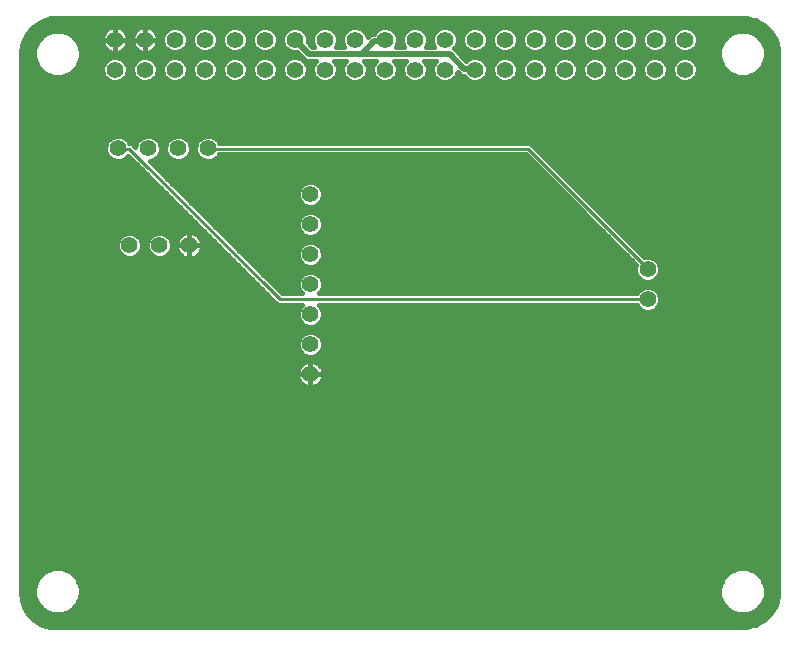
<source format=gbl>
G75*
%MOIN*%
%OFA0B0*%
%FSLAX25Y25*%
%IPPOS*%
%LPD*%
%AMOC8*
5,1,8,0,0,1.08239X$1,22.5*
%
%ADD10C,0.05600*%
%ADD11C,0.01600*%
%ADD12C,0.02000*%
%ADD13C,0.01000*%
D10*
X0121564Y0101115D03*
X0121564Y0111115D03*
X0121564Y0121115D03*
X0121564Y0131115D03*
X0121564Y0141115D03*
X0121564Y0151115D03*
X0121564Y0161115D03*
X0087469Y0176390D03*
X0077469Y0176390D03*
X0067469Y0176390D03*
X0057469Y0176390D03*
X0056446Y0202650D03*
X0066446Y0202650D03*
X0076446Y0202650D03*
X0086446Y0202650D03*
X0096446Y0202650D03*
X0106446Y0202650D03*
X0116446Y0202650D03*
X0126446Y0202650D03*
X0136446Y0202650D03*
X0146446Y0202650D03*
X0156446Y0202650D03*
X0166446Y0202650D03*
X0176446Y0202650D03*
X0186446Y0202650D03*
X0196446Y0202650D03*
X0206446Y0202650D03*
X0216446Y0202650D03*
X0226446Y0202650D03*
X0236446Y0202650D03*
X0246446Y0202650D03*
X0246446Y0212650D03*
X0236446Y0212650D03*
X0226446Y0212650D03*
X0216446Y0212650D03*
X0206446Y0212650D03*
X0196446Y0212650D03*
X0186446Y0212650D03*
X0176446Y0212650D03*
X0166446Y0212650D03*
X0156446Y0212650D03*
X0146446Y0212650D03*
X0136446Y0212650D03*
X0126446Y0212650D03*
X0116446Y0212650D03*
X0106446Y0212650D03*
X0096446Y0212650D03*
X0086446Y0212650D03*
X0076446Y0212650D03*
X0066446Y0212650D03*
X0056446Y0212650D03*
X0061210Y0144107D03*
X0071210Y0144107D03*
X0081210Y0144107D03*
X0234064Y0136115D03*
X0234064Y0126115D03*
D11*
X0027553Y0021105D02*
X0026115Y0023594D01*
X0025371Y0026371D01*
X0025277Y0027808D01*
X0025277Y0028547D01*
X0025277Y0206276D01*
X0025325Y0206332D01*
X0025277Y0207005D01*
X0025277Y0208714D01*
X0025858Y0211726D01*
X0027231Y0214551D01*
X0029288Y0216924D01*
X0031889Y0218684D01*
X0034856Y0219711D01*
X0036382Y0219921D01*
X0265619Y0219921D01*
X0267185Y0219819D01*
X0270209Y0219008D01*
X0272921Y0217442D01*
X0275136Y0215228D01*
X0276701Y0212516D01*
X0277512Y0209492D01*
X0277614Y0207926D01*
X0277614Y0028792D01*
X0277512Y0027226D01*
X0276701Y0024202D01*
X0275136Y0021490D01*
X0272921Y0019276D01*
X0270209Y0017710D01*
X0267185Y0016899D01*
X0265619Y0016797D01*
X0036288Y0016797D01*
X0034851Y0016891D01*
X0032075Y0017635D01*
X0029585Y0019072D01*
X0027553Y0021105D01*
X0027817Y0020841D02*
X0274486Y0020841D01*
X0275684Y0022439D02*
X0270141Y0022439D01*
X0269975Y0022273D02*
X0272138Y0024436D01*
X0273309Y0027262D01*
X0273309Y0030322D01*
X0272138Y0033148D01*
X0269975Y0035311D01*
X0267149Y0036482D01*
X0264089Y0036482D01*
X0261263Y0035311D01*
X0259100Y0033148D01*
X0257929Y0030322D01*
X0257929Y0027262D01*
X0259100Y0024436D01*
X0261263Y0022273D01*
X0264089Y0021102D01*
X0267149Y0021102D01*
X0269975Y0022273D01*
X0271740Y0024038D02*
X0276607Y0024038D01*
X0277086Y0025636D02*
X0272635Y0025636D01*
X0273297Y0027235D02*
X0277512Y0027235D01*
X0277614Y0028833D02*
X0273309Y0028833D01*
X0273263Y0030432D02*
X0277614Y0030432D01*
X0277614Y0032030D02*
X0272601Y0032030D01*
X0271657Y0033629D02*
X0277614Y0033629D01*
X0277614Y0035227D02*
X0270059Y0035227D01*
X0277614Y0036826D02*
X0025277Y0036826D01*
X0025277Y0038424D02*
X0277614Y0038424D01*
X0277614Y0040023D02*
X0025277Y0040023D01*
X0025277Y0041621D02*
X0277614Y0041621D01*
X0277614Y0043220D02*
X0025277Y0043220D01*
X0025277Y0044818D02*
X0277614Y0044818D01*
X0277614Y0046417D02*
X0025277Y0046417D01*
X0025277Y0048015D02*
X0277614Y0048015D01*
X0277614Y0049614D02*
X0025277Y0049614D01*
X0025277Y0051212D02*
X0277614Y0051212D01*
X0277614Y0052811D02*
X0025277Y0052811D01*
X0025277Y0054410D02*
X0277614Y0054410D01*
X0277614Y0056008D02*
X0025277Y0056008D01*
X0025277Y0057607D02*
X0277614Y0057607D01*
X0277614Y0059205D02*
X0025277Y0059205D01*
X0025277Y0060804D02*
X0277614Y0060804D01*
X0277614Y0062402D02*
X0025277Y0062402D01*
X0025277Y0064001D02*
X0277614Y0064001D01*
X0277614Y0065599D02*
X0025277Y0065599D01*
X0025277Y0067198D02*
X0277614Y0067198D01*
X0277614Y0068796D02*
X0025277Y0068796D01*
X0025277Y0070395D02*
X0277614Y0070395D01*
X0277614Y0071993D02*
X0025277Y0071993D01*
X0025277Y0073592D02*
X0277614Y0073592D01*
X0277614Y0075190D02*
X0025277Y0075190D01*
X0025277Y0076789D02*
X0277614Y0076789D01*
X0277614Y0078387D02*
X0025277Y0078387D01*
X0025277Y0079986D02*
X0277614Y0079986D01*
X0277614Y0081584D02*
X0025277Y0081584D01*
X0025277Y0083183D02*
X0277614Y0083183D01*
X0277614Y0084781D02*
X0025277Y0084781D01*
X0025277Y0086380D02*
X0277614Y0086380D01*
X0277614Y0087978D02*
X0025277Y0087978D01*
X0025277Y0089577D02*
X0277614Y0089577D01*
X0277614Y0091175D02*
X0025277Y0091175D01*
X0025277Y0092774D02*
X0277614Y0092774D01*
X0277614Y0094372D02*
X0025277Y0094372D01*
X0025277Y0095971D02*
X0277614Y0095971D01*
X0277614Y0097569D02*
X0124148Y0097569D01*
X0124422Y0097768D02*
X0124910Y0098257D01*
X0125316Y0098815D01*
X0125630Y0099431D01*
X0125843Y0100087D01*
X0125951Y0100770D01*
X0125951Y0101115D01*
X0125951Y0101460D01*
X0125843Y0102142D01*
X0125630Y0102799D01*
X0125316Y0103414D01*
X0124910Y0103973D01*
X0124422Y0104461D01*
X0123863Y0104867D01*
X0123248Y0105181D01*
X0122591Y0105394D01*
X0121909Y0105502D01*
X0121564Y0105502D01*
X0121564Y0101115D01*
X0121564Y0101115D01*
X0125951Y0101115D01*
X0121564Y0101115D01*
X0121564Y0101115D01*
X0121564Y0105502D01*
X0121219Y0105502D01*
X0120537Y0105394D01*
X0119880Y0105181D01*
X0119264Y0104867D01*
X0118706Y0104461D01*
X0118217Y0103973D01*
X0117811Y0103414D01*
X0117498Y0102799D01*
X0117285Y0102142D01*
X0117177Y0101460D01*
X0117177Y0101115D01*
X0121564Y0101115D01*
X0121564Y0101115D01*
X0121564Y0096727D01*
X0121909Y0096727D01*
X0122591Y0096836D01*
X0123248Y0097049D01*
X0123863Y0097362D01*
X0124422Y0097768D01*
X0125496Y0099168D02*
X0277614Y0099168D01*
X0277614Y0100766D02*
X0125951Y0100766D01*
X0125771Y0102365D02*
X0277614Y0102365D01*
X0277614Y0103963D02*
X0124917Y0103963D01*
X0121564Y0103963D02*
X0121564Y0103963D01*
X0121564Y0102365D02*
X0121564Y0102365D01*
X0121564Y0101115D02*
X0117177Y0101115D01*
X0117177Y0100770D01*
X0117285Y0100087D01*
X0117498Y0099431D01*
X0117811Y0098815D01*
X0118217Y0098257D01*
X0118706Y0097768D01*
X0119264Y0097362D01*
X0119880Y0097049D01*
X0120537Y0096836D01*
X0121219Y0096727D01*
X0121564Y0096727D01*
X0121564Y0101115D01*
X0121564Y0101115D01*
X0121564Y0100766D02*
X0121564Y0100766D01*
X0121564Y0099168D02*
X0121564Y0099168D01*
X0121564Y0097569D02*
X0121564Y0097569D01*
X0118980Y0097569D02*
X0025277Y0097569D01*
X0025277Y0099168D02*
X0117632Y0099168D01*
X0117177Y0100766D02*
X0025277Y0100766D01*
X0025277Y0102365D02*
X0117357Y0102365D01*
X0118210Y0103963D02*
X0025277Y0103963D01*
X0025277Y0105562D02*
X0277614Y0105562D01*
X0277614Y0107160D02*
X0122967Y0107160D01*
X0122397Y0106924D02*
X0123938Y0107562D01*
X0125116Y0108741D01*
X0125754Y0110281D01*
X0125754Y0111948D01*
X0125116Y0113489D01*
X0123938Y0114667D01*
X0122397Y0115305D01*
X0120730Y0115305D01*
X0119190Y0114667D01*
X0118011Y0113489D01*
X0117373Y0111948D01*
X0117373Y0110281D01*
X0118011Y0108741D01*
X0119190Y0107562D01*
X0120730Y0106924D01*
X0122397Y0106924D01*
X0120160Y0107160D02*
X0025277Y0107160D01*
X0025277Y0108759D02*
X0118004Y0108759D01*
X0117373Y0110357D02*
X0025277Y0110357D01*
X0025277Y0111956D02*
X0117376Y0111956D01*
X0118077Y0113554D02*
X0025277Y0113554D01*
X0025277Y0115153D02*
X0120362Y0115153D01*
X0120730Y0116924D02*
X0119190Y0117562D01*
X0118011Y0118741D01*
X0117373Y0120281D01*
X0117373Y0121948D01*
X0118011Y0123489D01*
X0118791Y0124269D01*
X0110636Y0124269D01*
X0109529Y0125376D01*
X0060955Y0173950D01*
X0059843Y0172838D01*
X0058303Y0172200D01*
X0056636Y0172200D01*
X0055096Y0172838D01*
X0053917Y0174017D01*
X0053279Y0175557D01*
X0053279Y0177224D01*
X0053917Y0178764D01*
X0055096Y0179943D01*
X0056636Y0180581D01*
X0058303Y0180581D01*
X0059843Y0179943D01*
X0061022Y0178764D01*
X0061236Y0178247D01*
X0062006Y0178247D01*
X0063279Y0176973D01*
X0063279Y0177224D01*
X0063917Y0178764D01*
X0065096Y0179943D01*
X0066636Y0180581D01*
X0068303Y0180581D01*
X0069843Y0179943D01*
X0071022Y0178764D01*
X0071660Y0177224D01*
X0071660Y0175557D01*
X0071022Y0174017D01*
X0069843Y0172838D01*
X0068303Y0172200D01*
X0068052Y0172200D01*
X0112202Y0128050D01*
X0118703Y0128050D01*
X0118011Y0128741D01*
X0117373Y0130281D01*
X0117373Y0131948D01*
X0118011Y0133489D01*
X0119190Y0134667D01*
X0120730Y0135305D01*
X0122397Y0135305D01*
X0123938Y0134667D01*
X0125116Y0133489D01*
X0125754Y0131948D01*
X0125754Y0130281D01*
X0125116Y0128741D01*
X0124425Y0128050D01*
X0230330Y0128050D01*
X0230511Y0128489D01*
X0231690Y0129667D01*
X0233230Y0130305D01*
X0234897Y0130305D01*
X0236438Y0129667D01*
X0237616Y0128489D01*
X0238254Y0126948D01*
X0238254Y0125281D01*
X0237616Y0123741D01*
X0236438Y0122562D01*
X0234897Y0121924D01*
X0233230Y0121924D01*
X0231690Y0122562D01*
X0230511Y0123741D01*
X0230293Y0124269D01*
X0124336Y0124269D01*
X0125116Y0123489D01*
X0125754Y0121948D01*
X0125754Y0120281D01*
X0125116Y0118741D01*
X0123938Y0117562D01*
X0122397Y0116924D01*
X0120730Y0116924D01*
X0122766Y0115153D02*
X0277614Y0115153D01*
X0277614Y0116751D02*
X0025277Y0116751D01*
X0025277Y0118350D02*
X0118402Y0118350D01*
X0117511Y0119948D02*
X0025277Y0119948D01*
X0025277Y0121547D02*
X0117373Y0121547D01*
X0117869Y0123145D02*
X0025277Y0123145D01*
X0025277Y0124744D02*
X0110161Y0124744D01*
X0108563Y0126343D02*
X0025277Y0126343D01*
X0025277Y0127941D02*
X0106964Y0127941D01*
X0105366Y0129540D02*
X0025277Y0129540D01*
X0025277Y0131138D02*
X0103767Y0131138D01*
X0102169Y0132737D02*
X0025277Y0132737D01*
X0025277Y0134335D02*
X0100570Y0134335D01*
X0098971Y0135934D02*
X0025277Y0135934D01*
X0025277Y0137532D02*
X0097373Y0137532D01*
X0095774Y0139131D02*
X0025277Y0139131D01*
X0025277Y0140729D02*
X0058661Y0140729D01*
X0058836Y0140554D02*
X0060376Y0139916D01*
X0062043Y0139916D01*
X0063583Y0140554D01*
X0064762Y0141733D01*
X0065400Y0143273D01*
X0065400Y0144941D01*
X0064762Y0146481D01*
X0063583Y0147660D01*
X0062043Y0148298D01*
X0060376Y0148298D01*
X0058836Y0147660D01*
X0057657Y0146481D01*
X0057019Y0144941D01*
X0057019Y0143273D01*
X0057657Y0141733D01*
X0058836Y0140554D01*
X0057411Y0142328D02*
X0025277Y0142328D01*
X0025277Y0143926D02*
X0057019Y0143926D01*
X0057261Y0145525D02*
X0025277Y0145525D01*
X0025277Y0147123D02*
X0058299Y0147123D01*
X0064120Y0147123D02*
X0068299Y0147123D01*
X0068836Y0147660D02*
X0067657Y0146481D01*
X0067019Y0144941D01*
X0067019Y0143273D01*
X0067657Y0141733D01*
X0068836Y0140554D01*
X0070376Y0139916D01*
X0072043Y0139916D01*
X0073583Y0140554D01*
X0074762Y0141733D01*
X0075400Y0143273D01*
X0075400Y0144941D01*
X0074762Y0146481D01*
X0073583Y0147660D01*
X0072043Y0148298D01*
X0070376Y0148298D01*
X0068836Y0147660D01*
X0067261Y0145525D02*
X0065158Y0145525D01*
X0065400Y0143926D02*
X0067019Y0143926D01*
X0067411Y0142328D02*
X0065008Y0142328D01*
X0063758Y0140729D02*
X0068661Y0140729D01*
X0073758Y0140729D02*
X0078395Y0140729D01*
X0078351Y0140760D02*
X0078910Y0140355D01*
X0079525Y0140041D01*
X0080182Y0139828D01*
X0080864Y0139720D01*
X0081209Y0139720D01*
X0081209Y0144107D01*
X0076822Y0144107D01*
X0076822Y0143762D01*
X0076930Y0143080D01*
X0077144Y0142423D01*
X0077457Y0141808D01*
X0077863Y0141249D01*
X0078351Y0140760D01*
X0077192Y0142328D02*
X0075008Y0142328D01*
X0075400Y0143926D02*
X0076822Y0143926D01*
X0076822Y0144107D02*
X0081209Y0144107D01*
X0081209Y0144107D01*
X0081210Y0144107D01*
X0085597Y0144107D01*
X0085597Y0144452D01*
X0085489Y0145134D01*
X0085276Y0145791D01*
X0084962Y0146407D01*
X0084556Y0146965D01*
X0084068Y0147454D01*
X0083509Y0147859D01*
X0082894Y0148173D01*
X0082237Y0148386D01*
X0081555Y0148494D01*
X0081210Y0148494D01*
X0081210Y0144107D01*
X0081210Y0144107D01*
X0085597Y0144107D01*
X0085597Y0143762D01*
X0085489Y0143080D01*
X0085276Y0142423D01*
X0084962Y0141808D01*
X0084556Y0141249D01*
X0084068Y0140760D01*
X0083509Y0140355D01*
X0082894Y0140041D01*
X0082237Y0139828D01*
X0081555Y0139720D01*
X0081210Y0139720D01*
X0081210Y0144107D01*
X0081209Y0144107D01*
X0081209Y0148494D01*
X0080864Y0148494D01*
X0080182Y0148386D01*
X0079525Y0148173D01*
X0078910Y0147859D01*
X0078351Y0147454D01*
X0077863Y0146965D01*
X0077457Y0146407D01*
X0077144Y0145791D01*
X0076930Y0145134D01*
X0076822Y0144452D01*
X0076822Y0144107D01*
X0077057Y0145525D02*
X0075158Y0145525D01*
X0074120Y0147123D02*
X0078021Y0147123D01*
X0081209Y0147123D02*
X0081210Y0147123D01*
X0081209Y0145525D02*
X0081210Y0145525D01*
X0081209Y0143926D02*
X0081210Y0143926D01*
X0081209Y0142328D02*
X0081210Y0142328D01*
X0081209Y0140729D02*
X0081210Y0140729D01*
X0084025Y0140729D02*
X0094176Y0140729D01*
X0092577Y0142328D02*
X0085227Y0142328D01*
X0085597Y0143926D02*
X0090979Y0143926D01*
X0089380Y0145525D02*
X0085362Y0145525D01*
X0084398Y0147123D02*
X0087782Y0147123D01*
X0086183Y0148722D02*
X0025277Y0148722D01*
X0025277Y0150320D02*
X0084585Y0150320D01*
X0082986Y0151919D02*
X0025277Y0151919D01*
X0025277Y0153517D02*
X0081388Y0153517D01*
X0079789Y0155116D02*
X0025277Y0155116D01*
X0025277Y0156714D02*
X0078191Y0156714D01*
X0076592Y0158313D02*
X0025277Y0158313D01*
X0025277Y0159911D02*
X0074994Y0159911D01*
X0073395Y0161510D02*
X0025277Y0161510D01*
X0025277Y0163108D02*
X0071797Y0163108D01*
X0070198Y0164707D02*
X0025277Y0164707D01*
X0025277Y0166305D02*
X0068600Y0166305D01*
X0067001Y0167904D02*
X0025277Y0167904D01*
X0025277Y0169502D02*
X0065403Y0169502D01*
X0063804Y0171101D02*
X0025277Y0171101D01*
X0025277Y0172699D02*
X0055430Y0172699D01*
X0053800Y0174298D02*
X0025277Y0174298D01*
X0025277Y0175896D02*
X0053279Y0175896D01*
X0053391Y0177495D02*
X0025277Y0177495D01*
X0025277Y0179093D02*
X0054246Y0179093D01*
X0060693Y0179093D02*
X0064246Y0179093D01*
X0063391Y0177495D02*
X0062757Y0177495D01*
X0062206Y0172699D02*
X0059509Y0172699D01*
X0069152Y0171101D02*
X0196678Y0171101D01*
X0195080Y0172699D02*
X0089509Y0172699D01*
X0089843Y0172838D02*
X0091022Y0174017D01*
X0091208Y0174466D01*
X0193313Y0174466D01*
X0230154Y0137625D01*
X0229873Y0136948D01*
X0229873Y0135281D01*
X0230511Y0133741D01*
X0231690Y0132562D01*
X0233230Y0131924D01*
X0234897Y0131924D01*
X0236438Y0132562D01*
X0237616Y0133741D01*
X0238254Y0135281D01*
X0238254Y0136948D01*
X0237616Y0138489D01*
X0236438Y0139667D01*
X0234897Y0140305D01*
X0233230Y0140305D01*
X0232941Y0140186D01*
X0194880Y0178247D01*
X0091236Y0178247D01*
X0091022Y0178764D01*
X0089843Y0179943D01*
X0088303Y0180581D01*
X0086636Y0180581D01*
X0085096Y0179943D01*
X0083917Y0178764D01*
X0083279Y0177224D01*
X0083279Y0175557D01*
X0083917Y0174017D01*
X0085096Y0172838D01*
X0086636Y0172200D01*
X0088303Y0172200D01*
X0089843Y0172838D01*
X0091138Y0174298D02*
X0193481Y0174298D01*
X0195631Y0177495D02*
X0277614Y0177495D01*
X0277614Y0179093D02*
X0090693Y0179093D01*
X0084246Y0179093D02*
X0080693Y0179093D01*
X0081022Y0178764D02*
X0079843Y0179943D01*
X0078303Y0180581D01*
X0076636Y0180581D01*
X0075096Y0179943D01*
X0073917Y0178764D01*
X0073279Y0177224D01*
X0073279Y0175557D01*
X0073917Y0174017D01*
X0075096Y0172838D01*
X0076636Y0172200D01*
X0078303Y0172200D01*
X0079843Y0172838D01*
X0081022Y0174017D01*
X0081660Y0175557D01*
X0081660Y0177224D01*
X0081022Y0178764D01*
X0081548Y0177495D02*
X0083391Y0177495D01*
X0083279Y0175896D02*
X0081660Y0175896D01*
X0081138Y0174298D02*
X0083800Y0174298D01*
X0085430Y0172699D02*
X0079509Y0172699D01*
X0075430Y0172699D02*
X0069509Y0172699D01*
X0071138Y0174298D02*
X0073800Y0174298D01*
X0073279Y0175896D02*
X0071660Y0175896D01*
X0071548Y0177495D02*
X0073391Y0177495D01*
X0074246Y0179093D02*
X0070693Y0179093D01*
X0070750Y0169502D02*
X0198277Y0169502D01*
X0199875Y0167904D02*
X0072349Y0167904D01*
X0073947Y0166305D02*
X0201474Y0166305D01*
X0203072Y0164707D02*
X0123843Y0164707D01*
X0123938Y0164667D02*
X0122397Y0165305D01*
X0120730Y0165305D01*
X0119190Y0164667D01*
X0118011Y0163489D01*
X0117373Y0161948D01*
X0117373Y0160281D01*
X0118011Y0158741D01*
X0119190Y0157562D01*
X0120730Y0156924D01*
X0122397Y0156924D01*
X0123938Y0157562D01*
X0125116Y0158741D01*
X0125754Y0160281D01*
X0125754Y0161948D01*
X0125116Y0163489D01*
X0123938Y0164667D01*
X0125274Y0163108D02*
X0204671Y0163108D01*
X0206269Y0161510D02*
X0125754Y0161510D01*
X0125601Y0159911D02*
X0207868Y0159911D01*
X0209466Y0158313D02*
X0124688Y0158313D01*
X0122855Y0155116D02*
X0212663Y0155116D01*
X0211065Y0156714D02*
X0083538Y0156714D01*
X0085137Y0155116D02*
X0120272Y0155116D01*
X0120730Y0155305D02*
X0119190Y0154667D01*
X0118011Y0153489D01*
X0117373Y0151948D01*
X0117373Y0150281D01*
X0118011Y0148741D01*
X0119190Y0147562D01*
X0120730Y0146924D01*
X0122397Y0146924D01*
X0123938Y0147562D01*
X0125116Y0148741D01*
X0125754Y0150281D01*
X0125754Y0151948D01*
X0125116Y0153489D01*
X0123938Y0154667D01*
X0122397Y0155305D01*
X0120730Y0155305D01*
X0118040Y0153517D02*
X0086735Y0153517D01*
X0088334Y0151919D02*
X0117373Y0151919D01*
X0117373Y0150320D02*
X0089932Y0150320D01*
X0091531Y0148722D02*
X0118031Y0148722D01*
X0120250Y0147123D02*
X0093129Y0147123D01*
X0094728Y0145525D02*
X0222254Y0145525D01*
X0220656Y0147123D02*
X0122877Y0147123D01*
X0122397Y0145305D02*
X0120730Y0145305D01*
X0119190Y0144667D01*
X0118011Y0143489D01*
X0117373Y0141948D01*
X0117373Y0140281D01*
X0118011Y0138741D01*
X0119190Y0137562D01*
X0120730Y0136924D01*
X0122397Y0136924D01*
X0123938Y0137562D01*
X0125116Y0138741D01*
X0125754Y0140281D01*
X0125754Y0141948D01*
X0125116Y0143489D01*
X0123938Y0144667D01*
X0122397Y0145305D01*
X0124679Y0143926D02*
X0223853Y0143926D01*
X0225451Y0142328D02*
X0125597Y0142328D01*
X0125754Y0140729D02*
X0227050Y0140729D01*
X0228648Y0139131D02*
X0125278Y0139131D01*
X0123865Y0137532D02*
X0230115Y0137532D01*
X0229873Y0135934D02*
X0104319Y0135934D01*
X0102720Y0137532D02*
X0119263Y0137532D01*
X0117850Y0139131D02*
X0101122Y0139131D01*
X0099523Y0140729D02*
X0117373Y0140729D01*
X0117530Y0142328D02*
X0097925Y0142328D01*
X0096326Y0143926D02*
X0118449Y0143926D01*
X0125097Y0148722D02*
X0219057Y0148722D01*
X0217459Y0150320D02*
X0125754Y0150320D01*
X0125754Y0151919D02*
X0215860Y0151919D01*
X0214262Y0153517D02*
X0125088Y0153517D01*
X0118440Y0158313D02*
X0081940Y0158313D01*
X0080341Y0159911D02*
X0117527Y0159911D01*
X0117373Y0161510D02*
X0078743Y0161510D01*
X0077144Y0163108D02*
X0117854Y0163108D01*
X0119285Y0164707D02*
X0075546Y0164707D01*
X0105917Y0134335D02*
X0118858Y0134335D01*
X0117700Y0132737D02*
X0107516Y0132737D01*
X0109114Y0131138D02*
X0117373Y0131138D01*
X0117681Y0129540D02*
X0110713Y0129540D01*
X0124270Y0134335D02*
X0230265Y0134335D01*
X0231516Y0132737D02*
X0125428Y0132737D01*
X0125754Y0131138D02*
X0277614Y0131138D01*
X0277614Y0129540D02*
X0236566Y0129540D01*
X0237843Y0127941D02*
X0277614Y0127941D01*
X0277614Y0126343D02*
X0238254Y0126343D01*
X0238032Y0124744D02*
X0277614Y0124744D01*
X0277614Y0123145D02*
X0237021Y0123145D01*
X0231107Y0123145D02*
X0125259Y0123145D01*
X0125754Y0121547D02*
X0277614Y0121547D01*
X0277614Y0119948D02*
X0125617Y0119948D01*
X0124725Y0118350D02*
X0277614Y0118350D01*
X0277614Y0113554D02*
X0125051Y0113554D01*
X0125751Y0111956D02*
X0277614Y0111956D01*
X0277614Y0110357D02*
X0125754Y0110357D01*
X0125124Y0108759D02*
X0277614Y0108759D01*
X0277614Y0132737D02*
X0236612Y0132737D01*
X0237862Y0134335D02*
X0277614Y0134335D01*
X0277614Y0135934D02*
X0238254Y0135934D01*
X0238013Y0137532D02*
X0277614Y0137532D01*
X0277614Y0139131D02*
X0236974Y0139131D01*
X0232397Y0140729D02*
X0277614Y0140729D01*
X0277614Y0142328D02*
X0230799Y0142328D01*
X0229200Y0143926D02*
X0277614Y0143926D01*
X0277614Y0145525D02*
X0227602Y0145525D01*
X0226003Y0147123D02*
X0277614Y0147123D01*
X0277614Y0148722D02*
X0224405Y0148722D01*
X0222806Y0150320D02*
X0277614Y0150320D01*
X0277614Y0151919D02*
X0221208Y0151919D01*
X0219609Y0153517D02*
X0277614Y0153517D01*
X0277614Y0155116D02*
X0218011Y0155116D01*
X0216412Y0156714D02*
X0277614Y0156714D01*
X0277614Y0158313D02*
X0214814Y0158313D01*
X0213215Y0159911D02*
X0277614Y0159911D01*
X0277614Y0161510D02*
X0211617Y0161510D01*
X0210018Y0163108D02*
X0277614Y0163108D01*
X0277614Y0164707D02*
X0208420Y0164707D01*
X0206821Y0166305D02*
X0277614Y0166305D01*
X0277614Y0167904D02*
X0205223Y0167904D01*
X0203624Y0169502D02*
X0277614Y0169502D01*
X0277614Y0171101D02*
X0202026Y0171101D01*
X0200427Y0172699D02*
X0277614Y0172699D01*
X0277614Y0174298D02*
X0198829Y0174298D01*
X0197230Y0175896D02*
X0277614Y0175896D01*
X0277614Y0180692D02*
X0025277Y0180692D01*
X0025277Y0182290D02*
X0277614Y0182290D01*
X0277614Y0183889D02*
X0025277Y0183889D01*
X0025277Y0185487D02*
X0277614Y0185487D01*
X0277614Y0187086D02*
X0025277Y0187086D01*
X0025277Y0188684D02*
X0277614Y0188684D01*
X0277614Y0190283D02*
X0025277Y0190283D01*
X0025277Y0191881D02*
X0277614Y0191881D01*
X0277614Y0193480D02*
X0025277Y0193480D01*
X0025277Y0195079D02*
X0277614Y0195079D01*
X0277614Y0196677D02*
X0025277Y0196677D01*
X0025277Y0198276D02*
X0277614Y0198276D01*
X0277614Y0199874D02*
X0249596Y0199874D01*
X0249998Y0200277D02*
X0250636Y0201817D01*
X0250636Y0203484D01*
X0249998Y0205024D01*
X0248820Y0206203D01*
X0247279Y0206841D01*
X0245612Y0206841D01*
X0244072Y0206203D01*
X0242893Y0205024D01*
X0242255Y0203484D01*
X0242255Y0201817D01*
X0242893Y0200277D01*
X0244072Y0199098D01*
X0245612Y0198460D01*
X0247279Y0198460D01*
X0248820Y0199098D01*
X0249998Y0200277D01*
X0250494Y0201473D02*
X0261197Y0201473D01*
X0261263Y0201407D02*
X0264089Y0200236D01*
X0267149Y0200236D01*
X0269975Y0201407D01*
X0272138Y0203570D01*
X0273309Y0206396D01*
X0273309Y0209455D01*
X0272138Y0212282D01*
X0269975Y0214445D01*
X0267149Y0215616D01*
X0264089Y0215616D01*
X0261263Y0214445D01*
X0259100Y0212282D01*
X0257929Y0209455D01*
X0257929Y0206396D01*
X0259100Y0203570D01*
X0261263Y0201407D01*
X0259599Y0203071D02*
X0250636Y0203071D01*
X0250145Y0204670D02*
X0258644Y0204670D01*
X0257982Y0206268D02*
X0248662Y0206268D01*
X0247279Y0208460D02*
X0248820Y0209098D01*
X0249998Y0210277D01*
X0250636Y0211817D01*
X0250636Y0213484D01*
X0249998Y0215024D01*
X0248820Y0216203D01*
X0247279Y0216841D01*
X0245612Y0216841D01*
X0244072Y0216203D01*
X0242893Y0215024D01*
X0242255Y0213484D01*
X0242255Y0211817D01*
X0242893Y0210277D01*
X0244072Y0209098D01*
X0245612Y0208460D01*
X0247279Y0208460D01*
X0249187Y0209465D02*
X0257933Y0209465D01*
X0257929Y0207867D02*
X0171380Y0207867D01*
X0170040Y0209206D02*
X0169484Y0209763D01*
X0169998Y0210277D01*
X0170636Y0211817D01*
X0170636Y0213484D01*
X0169998Y0215024D01*
X0168820Y0216203D01*
X0167279Y0216841D01*
X0165612Y0216841D01*
X0164072Y0216203D01*
X0162893Y0215024D01*
X0162255Y0213484D01*
X0162255Y0211817D01*
X0162893Y0210277D01*
X0162927Y0210243D01*
X0159965Y0210243D01*
X0159998Y0210277D01*
X0160636Y0211817D01*
X0160636Y0213484D01*
X0159998Y0215024D01*
X0158820Y0216203D01*
X0157279Y0216841D01*
X0155612Y0216841D01*
X0154072Y0216203D01*
X0152893Y0215024D01*
X0152255Y0213484D01*
X0152255Y0211817D01*
X0152893Y0210277D01*
X0152927Y0210243D01*
X0149965Y0210243D01*
X0149998Y0210277D01*
X0150636Y0211817D01*
X0150636Y0213484D01*
X0149998Y0215024D01*
X0148820Y0216203D01*
X0147279Y0216841D01*
X0145612Y0216841D01*
X0144072Y0216203D01*
X0142893Y0215024D01*
X0142747Y0214672D01*
X0142440Y0214672D01*
X0141561Y0214308D01*
X0140636Y0213383D01*
X0140636Y0213484D01*
X0139998Y0215024D01*
X0138820Y0216203D01*
X0137279Y0216841D01*
X0135612Y0216841D01*
X0134072Y0216203D01*
X0132893Y0215024D01*
X0132255Y0213484D01*
X0132255Y0211817D01*
X0132893Y0210277D01*
X0132927Y0210243D01*
X0129965Y0210243D01*
X0129998Y0210277D01*
X0130636Y0211817D01*
X0130636Y0213484D01*
X0129998Y0215024D01*
X0128820Y0216203D01*
X0127279Y0216841D01*
X0125612Y0216841D01*
X0124072Y0216203D01*
X0122893Y0215024D01*
X0122255Y0213484D01*
X0122255Y0211817D01*
X0122893Y0210277D01*
X0122927Y0210243D01*
X0122252Y0210243D01*
X0120636Y0211859D01*
X0120636Y0213484D01*
X0119998Y0215024D01*
X0118820Y0216203D01*
X0117279Y0216841D01*
X0115612Y0216841D01*
X0114072Y0216203D01*
X0112893Y0215024D01*
X0112255Y0213484D01*
X0112255Y0211817D01*
X0112893Y0210277D01*
X0114072Y0209098D01*
X0115612Y0208460D01*
X0117274Y0208460D01*
X0119908Y0205826D01*
X0120786Y0205462D01*
X0123331Y0205462D01*
X0122893Y0205024D01*
X0122255Y0203484D01*
X0122255Y0201817D01*
X0122893Y0200277D01*
X0124072Y0199098D01*
X0125612Y0198460D01*
X0127279Y0198460D01*
X0128820Y0199098D01*
X0129998Y0200277D01*
X0130636Y0201817D01*
X0130636Y0203484D01*
X0129998Y0205024D01*
X0129561Y0205462D01*
X0133331Y0205462D01*
X0132893Y0205024D01*
X0132255Y0203484D01*
X0132255Y0201817D01*
X0132893Y0200277D01*
X0134072Y0199098D01*
X0135612Y0198460D01*
X0137279Y0198460D01*
X0138820Y0199098D01*
X0139998Y0200277D01*
X0140636Y0201817D01*
X0140636Y0203484D01*
X0139998Y0205024D01*
X0139561Y0205462D01*
X0143331Y0205462D01*
X0142893Y0205024D01*
X0142255Y0203484D01*
X0142255Y0201817D01*
X0142893Y0200277D01*
X0144072Y0199098D01*
X0145612Y0198460D01*
X0147279Y0198460D01*
X0148820Y0199098D01*
X0149998Y0200277D01*
X0150636Y0201817D01*
X0150636Y0203484D01*
X0149998Y0205024D01*
X0149561Y0205462D01*
X0153331Y0205462D01*
X0152893Y0205024D01*
X0152255Y0203484D01*
X0152255Y0201817D01*
X0152893Y0200277D01*
X0154072Y0199098D01*
X0155612Y0198460D01*
X0157279Y0198460D01*
X0158820Y0199098D01*
X0159998Y0200277D01*
X0160636Y0201817D01*
X0160636Y0203484D01*
X0159998Y0205024D01*
X0159561Y0205462D01*
X0163331Y0205462D01*
X0162893Y0205024D01*
X0162255Y0203484D01*
X0162255Y0201817D01*
X0162893Y0200277D01*
X0164072Y0199098D01*
X0165612Y0198460D01*
X0167279Y0198460D01*
X0168820Y0199098D01*
X0169998Y0200277D01*
X0170636Y0201817D01*
X0170636Y0201849D01*
X0171581Y0200904D01*
X0172460Y0200540D01*
X0172784Y0200540D01*
X0172893Y0200277D01*
X0174072Y0199098D01*
X0175612Y0198460D01*
X0177279Y0198460D01*
X0178820Y0199098D01*
X0179998Y0200277D01*
X0180636Y0201817D01*
X0180636Y0203484D01*
X0179998Y0205024D01*
X0178820Y0206203D01*
X0177279Y0206841D01*
X0175612Y0206841D01*
X0174072Y0206203D01*
X0173558Y0205689D01*
X0170040Y0209206D01*
X0169782Y0209465D02*
X0173705Y0209465D01*
X0174072Y0209098D02*
X0175612Y0208460D01*
X0177279Y0208460D01*
X0178820Y0209098D01*
X0179998Y0210277D01*
X0180636Y0211817D01*
X0180636Y0213484D01*
X0179998Y0215024D01*
X0178820Y0216203D01*
X0177279Y0216841D01*
X0175612Y0216841D01*
X0174072Y0216203D01*
X0172893Y0215024D01*
X0172255Y0213484D01*
X0172255Y0211817D01*
X0172893Y0210277D01*
X0174072Y0209098D01*
X0172567Y0211064D02*
X0170324Y0211064D01*
X0170636Y0212662D02*
X0172255Y0212662D01*
X0172577Y0214261D02*
X0170315Y0214261D01*
X0169163Y0215859D02*
X0173728Y0215859D01*
X0179163Y0215859D02*
X0183728Y0215859D01*
X0184072Y0216203D02*
X0182893Y0215024D01*
X0182255Y0213484D01*
X0182255Y0211817D01*
X0182893Y0210277D01*
X0184072Y0209098D01*
X0185612Y0208460D01*
X0187279Y0208460D01*
X0188820Y0209098D01*
X0189998Y0210277D01*
X0190636Y0211817D01*
X0190636Y0213484D01*
X0189998Y0215024D01*
X0188820Y0216203D01*
X0187279Y0216841D01*
X0185612Y0216841D01*
X0184072Y0216203D01*
X0182577Y0214261D02*
X0180315Y0214261D01*
X0180636Y0212662D02*
X0182255Y0212662D01*
X0182567Y0211064D02*
X0180324Y0211064D01*
X0179187Y0209465D02*
X0183705Y0209465D01*
X0184229Y0206268D02*
X0178662Y0206268D01*
X0180145Y0204670D02*
X0182746Y0204670D01*
X0182893Y0205024D02*
X0182255Y0203484D01*
X0182255Y0201817D01*
X0182893Y0200277D01*
X0184072Y0199098D01*
X0185612Y0198460D01*
X0187279Y0198460D01*
X0188820Y0199098D01*
X0189998Y0200277D01*
X0190636Y0201817D01*
X0190636Y0203484D01*
X0189998Y0205024D01*
X0188820Y0206203D01*
X0187279Y0206841D01*
X0185612Y0206841D01*
X0184072Y0206203D01*
X0182893Y0205024D01*
X0182255Y0203071D02*
X0180636Y0203071D01*
X0180494Y0201473D02*
X0182398Y0201473D01*
X0183296Y0199874D02*
X0179596Y0199874D01*
X0173296Y0199874D02*
X0169596Y0199874D01*
X0170494Y0201473D02*
X0171013Y0201473D01*
X0172979Y0206268D02*
X0174229Y0206268D01*
X0162746Y0204670D02*
X0160145Y0204670D01*
X0160636Y0203071D02*
X0162255Y0203071D01*
X0162398Y0201473D02*
X0160494Y0201473D01*
X0159596Y0199874D02*
X0163296Y0199874D01*
X0153296Y0199874D02*
X0149596Y0199874D01*
X0150494Y0201473D02*
X0152398Y0201473D01*
X0152255Y0203071D02*
X0150636Y0203071D01*
X0150145Y0204670D02*
X0152746Y0204670D01*
X0152567Y0211064D02*
X0150324Y0211064D01*
X0150636Y0212662D02*
X0152255Y0212662D01*
X0152577Y0214261D02*
X0150315Y0214261D01*
X0149163Y0215859D02*
X0153728Y0215859D01*
X0159163Y0215859D02*
X0163728Y0215859D01*
X0162577Y0214261D02*
X0160315Y0214261D01*
X0160636Y0212662D02*
X0162255Y0212662D01*
X0162567Y0211064D02*
X0160324Y0211064D01*
X0143728Y0215859D02*
X0139163Y0215859D01*
X0140315Y0214261D02*
X0141514Y0214261D01*
X0133728Y0215859D02*
X0129163Y0215859D01*
X0130315Y0214261D02*
X0132577Y0214261D01*
X0132255Y0212662D02*
X0130636Y0212662D01*
X0130324Y0211064D02*
X0132567Y0211064D01*
X0132746Y0204670D02*
X0130145Y0204670D01*
X0130636Y0203071D02*
X0132255Y0203071D01*
X0132398Y0201473D02*
X0130494Y0201473D01*
X0129596Y0199874D02*
X0133296Y0199874D01*
X0139596Y0199874D02*
X0143296Y0199874D01*
X0142398Y0201473D02*
X0140494Y0201473D01*
X0140636Y0203071D02*
X0142255Y0203071D01*
X0142746Y0204670D02*
X0140145Y0204670D01*
X0122746Y0204670D02*
X0120145Y0204670D01*
X0119998Y0205024D02*
X0118820Y0206203D01*
X0117279Y0206841D01*
X0115612Y0206841D01*
X0114072Y0206203D01*
X0112893Y0205024D01*
X0112255Y0203484D01*
X0112255Y0201817D01*
X0112893Y0200277D01*
X0114072Y0199098D01*
X0115612Y0198460D01*
X0117279Y0198460D01*
X0118820Y0199098D01*
X0119998Y0200277D01*
X0120636Y0201817D01*
X0120636Y0203484D01*
X0119998Y0205024D01*
X0119465Y0206268D02*
X0118662Y0206268D01*
X0117867Y0207867D02*
X0044962Y0207867D01*
X0044962Y0206396D02*
X0043792Y0203570D01*
X0041628Y0201407D01*
X0038802Y0200236D01*
X0035743Y0200236D01*
X0032917Y0201407D01*
X0030753Y0203570D01*
X0029583Y0206396D01*
X0029583Y0209455D01*
X0030753Y0212282D01*
X0032917Y0214445D01*
X0035743Y0215616D01*
X0038802Y0215616D01*
X0041628Y0214445D01*
X0043792Y0212282D01*
X0044962Y0209455D01*
X0044962Y0206396D01*
X0044909Y0206268D02*
X0054229Y0206268D01*
X0054072Y0206203D02*
X0052893Y0205024D01*
X0052255Y0203484D01*
X0052255Y0201817D01*
X0052893Y0200277D01*
X0054072Y0199098D01*
X0055612Y0198460D01*
X0057279Y0198460D01*
X0058820Y0199098D01*
X0059998Y0200277D01*
X0060636Y0201817D01*
X0060636Y0203484D01*
X0059998Y0205024D01*
X0058820Y0206203D01*
X0057279Y0206841D01*
X0055612Y0206841D01*
X0054072Y0206203D01*
X0052746Y0204670D02*
X0044247Y0204670D01*
X0043293Y0203071D02*
X0052255Y0203071D01*
X0052398Y0201473D02*
X0041694Y0201473D01*
X0044958Y0209465D02*
X0053426Y0209465D01*
X0053588Y0209304D02*
X0054146Y0208898D01*
X0054762Y0208584D01*
X0055418Y0208371D01*
X0056100Y0208263D01*
X0056446Y0208263D01*
X0056791Y0208263D01*
X0057473Y0208371D01*
X0058130Y0208584D01*
X0058745Y0208898D01*
X0059304Y0209304D01*
X0059792Y0209792D01*
X0060198Y0210351D01*
X0060512Y0210966D01*
X0060725Y0211623D01*
X0060833Y0212305D01*
X0060833Y0212650D01*
X0056446Y0212650D01*
X0056446Y0208263D01*
X0056446Y0212650D01*
X0056446Y0212650D01*
X0056446Y0212650D01*
X0060833Y0212650D01*
X0060833Y0212996D01*
X0060725Y0213678D01*
X0060512Y0214334D01*
X0060198Y0214950D01*
X0059792Y0215509D01*
X0059304Y0215997D01*
X0058745Y0216403D01*
X0058130Y0216716D01*
X0057473Y0216930D01*
X0056791Y0217038D01*
X0056446Y0217038D01*
X0056446Y0212650D01*
X0052058Y0212650D01*
X0052058Y0212305D01*
X0052166Y0211623D01*
X0052380Y0210966D01*
X0052693Y0210351D01*
X0053099Y0209792D01*
X0053588Y0209304D01*
X0052348Y0211064D02*
X0044296Y0211064D01*
X0043411Y0212662D02*
X0052058Y0212662D01*
X0052058Y0212650D02*
X0056446Y0212650D01*
X0056446Y0212650D01*
X0056446Y0212650D01*
X0056446Y0217038D01*
X0056100Y0217038D01*
X0055418Y0216930D01*
X0054762Y0216716D01*
X0054146Y0216403D01*
X0053588Y0215997D01*
X0053099Y0215509D01*
X0052693Y0214950D01*
X0052380Y0214334D01*
X0052166Y0213678D01*
X0052058Y0212996D01*
X0052058Y0212650D01*
X0052356Y0214261D02*
X0041813Y0214261D01*
X0032732Y0214261D02*
X0027090Y0214261D01*
X0026313Y0212662D02*
X0031134Y0212662D01*
X0030249Y0211064D02*
X0025730Y0211064D01*
X0025422Y0209465D02*
X0029587Y0209465D01*
X0029583Y0207867D02*
X0025277Y0207867D01*
X0025277Y0206268D02*
X0029636Y0206268D01*
X0030298Y0204670D02*
X0025277Y0204670D01*
X0025277Y0203071D02*
X0031252Y0203071D01*
X0032851Y0201473D02*
X0025277Y0201473D01*
X0025277Y0199874D02*
X0053296Y0199874D01*
X0059596Y0199874D02*
X0063296Y0199874D01*
X0062893Y0200277D02*
X0064072Y0199098D01*
X0065612Y0198460D01*
X0067279Y0198460D01*
X0068820Y0199098D01*
X0069998Y0200277D01*
X0070636Y0201817D01*
X0070636Y0203484D01*
X0069998Y0205024D01*
X0068820Y0206203D01*
X0067279Y0206841D01*
X0065612Y0206841D01*
X0064072Y0206203D01*
X0062893Y0205024D01*
X0062255Y0203484D01*
X0062255Y0201817D01*
X0062893Y0200277D01*
X0062398Y0201473D02*
X0060494Y0201473D01*
X0060636Y0203071D02*
X0062255Y0203071D01*
X0062746Y0204670D02*
X0060145Y0204670D01*
X0058662Y0206268D02*
X0064229Y0206268D01*
X0064762Y0208584D02*
X0064146Y0208898D01*
X0063588Y0209304D01*
X0063099Y0209792D01*
X0062693Y0210351D01*
X0062380Y0210966D01*
X0062166Y0211623D01*
X0062058Y0212305D01*
X0062058Y0212650D01*
X0066446Y0212650D01*
X0066446Y0208263D01*
X0066791Y0208263D01*
X0067473Y0208371D01*
X0068130Y0208584D01*
X0068745Y0208898D01*
X0069304Y0209304D01*
X0069792Y0209792D01*
X0070198Y0210351D01*
X0070512Y0210966D01*
X0070725Y0211623D01*
X0070833Y0212305D01*
X0070833Y0212650D01*
X0066446Y0212650D01*
X0066446Y0212650D01*
X0066446Y0212650D01*
X0066446Y0208263D01*
X0066100Y0208263D01*
X0065418Y0208371D01*
X0064762Y0208584D01*
X0063426Y0209465D02*
X0059465Y0209465D01*
X0060543Y0211064D02*
X0062348Y0211064D01*
X0062058Y0212650D02*
X0066446Y0212650D01*
X0070833Y0212650D01*
X0070833Y0212996D01*
X0070725Y0213678D01*
X0070512Y0214334D01*
X0070198Y0214950D01*
X0069792Y0215509D01*
X0069304Y0215997D01*
X0068745Y0216403D01*
X0068130Y0216716D01*
X0067473Y0216930D01*
X0066791Y0217038D01*
X0066446Y0217038D01*
X0066446Y0212650D01*
X0066446Y0212650D01*
X0066446Y0212650D01*
X0066446Y0217038D01*
X0066100Y0217038D01*
X0065418Y0216930D01*
X0064762Y0216716D01*
X0064146Y0216403D01*
X0063588Y0215997D01*
X0063099Y0215509D01*
X0062693Y0214950D01*
X0062380Y0214334D01*
X0062166Y0213678D01*
X0062058Y0212996D01*
X0062058Y0212650D01*
X0062058Y0212662D02*
X0060833Y0212662D01*
X0060536Y0214261D02*
X0062356Y0214261D01*
X0063450Y0215859D02*
X0059442Y0215859D01*
X0056446Y0215859D02*
X0056446Y0215859D01*
X0056446Y0214261D02*
X0056446Y0214261D01*
X0056446Y0212662D02*
X0056446Y0212662D01*
X0056446Y0211064D02*
X0056446Y0211064D01*
X0056446Y0209465D02*
X0056446Y0209465D01*
X0053450Y0215859D02*
X0028364Y0215859D01*
X0030076Y0217458D02*
X0272895Y0217458D01*
X0274505Y0215859D02*
X0249163Y0215859D01*
X0250315Y0214261D02*
X0261079Y0214261D01*
X0259480Y0212662D02*
X0250636Y0212662D01*
X0250324Y0211064D02*
X0258595Y0211064D01*
X0270159Y0214261D02*
X0275694Y0214261D01*
X0276617Y0212662D02*
X0271758Y0212662D01*
X0272643Y0211064D02*
X0277090Y0211064D01*
X0277513Y0209465D02*
X0273305Y0209465D01*
X0273309Y0207867D02*
X0277614Y0207867D01*
X0277614Y0206268D02*
X0273256Y0206268D01*
X0272594Y0204670D02*
X0277614Y0204670D01*
X0277614Y0203071D02*
X0271639Y0203071D01*
X0270041Y0201473D02*
X0277614Y0201473D01*
X0270030Y0219056D02*
X0032963Y0219056D01*
X0066446Y0215859D02*
X0066446Y0215859D01*
X0066446Y0214261D02*
X0066446Y0214261D01*
X0066446Y0212662D02*
X0066446Y0212662D01*
X0066446Y0211064D02*
X0066446Y0211064D01*
X0066446Y0209465D02*
X0066446Y0209465D01*
X0069465Y0209465D02*
X0073705Y0209465D01*
X0074072Y0209098D02*
X0075612Y0208460D01*
X0077279Y0208460D01*
X0078820Y0209098D01*
X0079998Y0210277D01*
X0080636Y0211817D01*
X0080636Y0213484D01*
X0079998Y0215024D01*
X0078820Y0216203D01*
X0077279Y0216841D01*
X0075612Y0216841D01*
X0074072Y0216203D01*
X0072893Y0215024D01*
X0072255Y0213484D01*
X0072255Y0211817D01*
X0072893Y0210277D01*
X0074072Y0209098D01*
X0072567Y0211064D02*
X0070543Y0211064D01*
X0070833Y0212662D02*
X0072255Y0212662D01*
X0072577Y0214261D02*
X0070536Y0214261D01*
X0069442Y0215859D02*
X0073728Y0215859D01*
X0079163Y0215859D02*
X0083728Y0215859D01*
X0084072Y0216203D02*
X0082893Y0215024D01*
X0082255Y0213484D01*
X0082255Y0211817D01*
X0082893Y0210277D01*
X0084072Y0209098D01*
X0085612Y0208460D01*
X0087279Y0208460D01*
X0088820Y0209098D01*
X0089998Y0210277D01*
X0090636Y0211817D01*
X0090636Y0213484D01*
X0089998Y0215024D01*
X0088820Y0216203D01*
X0087279Y0216841D01*
X0085612Y0216841D01*
X0084072Y0216203D01*
X0082577Y0214261D02*
X0080315Y0214261D01*
X0080636Y0212662D02*
X0082255Y0212662D01*
X0082567Y0211064D02*
X0080324Y0211064D01*
X0079187Y0209465D02*
X0083705Y0209465D01*
X0084229Y0206268D02*
X0078662Y0206268D01*
X0078820Y0206203D02*
X0077279Y0206841D01*
X0075612Y0206841D01*
X0074072Y0206203D01*
X0072893Y0205024D01*
X0072255Y0203484D01*
X0072255Y0201817D01*
X0072893Y0200277D01*
X0074072Y0199098D01*
X0075612Y0198460D01*
X0077279Y0198460D01*
X0078820Y0199098D01*
X0079998Y0200277D01*
X0080636Y0201817D01*
X0080636Y0203484D01*
X0079998Y0205024D01*
X0078820Y0206203D01*
X0080145Y0204670D02*
X0082746Y0204670D01*
X0082893Y0205024D02*
X0082255Y0203484D01*
X0082255Y0201817D01*
X0082893Y0200277D01*
X0084072Y0199098D01*
X0085612Y0198460D01*
X0087279Y0198460D01*
X0088820Y0199098D01*
X0089998Y0200277D01*
X0090636Y0201817D01*
X0090636Y0203484D01*
X0089998Y0205024D01*
X0088820Y0206203D01*
X0087279Y0206841D01*
X0085612Y0206841D01*
X0084072Y0206203D01*
X0082893Y0205024D01*
X0082255Y0203071D02*
X0080636Y0203071D01*
X0080494Y0201473D02*
X0082398Y0201473D01*
X0083296Y0199874D02*
X0079596Y0199874D01*
X0073296Y0199874D02*
X0069596Y0199874D01*
X0070494Y0201473D02*
X0072398Y0201473D01*
X0072255Y0203071D02*
X0070636Y0203071D01*
X0070145Y0204670D02*
X0072746Y0204670D01*
X0074229Y0206268D02*
X0068662Y0206268D01*
X0088662Y0206268D02*
X0094229Y0206268D01*
X0094072Y0206203D02*
X0092893Y0205024D01*
X0092255Y0203484D01*
X0092255Y0201817D01*
X0092893Y0200277D01*
X0094072Y0199098D01*
X0095612Y0198460D01*
X0097279Y0198460D01*
X0098820Y0199098D01*
X0099998Y0200277D01*
X0100636Y0201817D01*
X0100636Y0203484D01*
X0099998Y0205024D01*
X0098820Y0206203D01*
X0097279Y0206841D01*
X0095612Y0206841D01*
X0094072Y0206203D01*
X0092746Y0204670D02*
X0090145Y0204670D01*
X0090636Y0203071D02*
X0092255Y0203071D01*
X0092398Y0201473D02*
X0090494Y0201473D01*
X0089596Y0199874D02*
X0093296Y0199874D01*
X0099596Y0199874D02*
X0103296Y0199874D01*
X0102893Y0200277D02*
X0104072Y0199098D01*
X0105612Y0198460D01*
X0107279Y0198460D01*
X0108820Y0199098D01*
X0109998Y0200277D01*
X0110636Y0201817D01*
X0110636Y0203484D01*
X0109998Y0205024D01*
X0108820Y0206203D01*
X0107279Y0206841D01*
X0105612Y0206841D01*
X0104072Y0206203D01*
X0102893Y0205024D01*
X0102255Y0203484D01*
X0102255Y0201817D01*
X0102893Y0200277D01*
X0102398Y0201473D02*
X0100494Y0201473D01*
X0100636Y0203071D02*
X0102255Y0203071D01*
X0102746Y0204670D02*
X0100145Y0204670D01*
X0098662Y0206268D02*
X0104229Y0206268D01*
X0105612Y0208460D02*
X0104072Y0209098D01*
X0102893Y0210277D01*
X0102255Y0211817D01*
X0102255Y0213484D01*
X0102893Y0215024D01*
X0104072Y0216203D01*
X0105612Y0216841D01*
X0107279Y0216841D01*
X0108820Y0216203D01*
X0109998Y0215024D01*
X0110636Y0213484D01*
X0110636Y0211817D01*
X0109998Y0210277D01*
X0108820Y0209098D01*
X0107279Y0208460D01*
X0105612Y0208460D01*
X0103705Y0209465D02*
X0099187Y0209465D01*
X0098820Y0209098D02*
X0099998Y0210277D01*
X0100636Y0211817D01*
X0100636Y0213484D01*
X0099998Y0215024D01*
X0098820Y0216203D01*
X0097279Y0216841D01*
X0095612Y0216841D01*
X0094072Y0216203D01*
X0092893Y0215024D01*
X0092255Y0213484D01*
X0092255Y0211817D01*
X0092893Y0210277D01*
X0094072Y0209098D01*
X0095612Y0208460D01*
X0097279Y0208460D01*
X0098820Y0209098D01*
X0100324Y0211064D02*
X0102567Y0211064D01*
X0102255Y0212662D02*
X0100636Y0212662D01*
X0100315Y0214261D02*
X0102577Y0214261D01*
X0103728Y0215859D02*
X0099163Y0215859D01*
X0093728Y0215859D02*
X0089163Y0215859D01*
X0090315Y0214261D02*
X0092577Y0214261D01*
X0092255Y0212662D02*
X0090636Y0212662D01*
X0090324Y0211064D02*
X0092567Y0211064D01*
X0093705Y0209465D02*
X0089187Y0209465D01*
X0108662Y0206268D02*
X0114229Y0206268D01*
X0112746Y0204670D02*
X0110145Y0204670D01*
X0110636Y0203071D02*
X0112255Y0203071D01*
X0112398Y0201473D02*
X0110494Y0201473D01*
X0109596Y0199874D02*
X0113296Y0199874D01*
X0119596Y0199874D02*
X0123296Y0199874D01*
X0122398Y0201473D02*
X0120494Y0201473D01*
X0120636Y0203071D02*
X0122255Y0203071D01*
X0113705Y0209465D02*
X0109187Y0209465D01*
X0110324Y0211064D02*
X0112567Y0211064D01*
X0112255Y0212662D02*
X0110636Y0212662D01*
X0110315Y0214261D02*
X0112577Y0214261D01*
X0113728Y0215859D02*
X0109163Y0215859D01*
X0119163Y0215859D02*
X0123728Y0215859D01*
X0122577Y0214261D02*
X0120315Y0214261D01*
X0120636Y0212662D02*
X0122255Y0212662D01*
X0122567Y0211064D02*
X0121431Y0211064D01*
X0188662Y0206268D02*
X0194229Y0206268D01*
X0194072Y0206203D02*
X0192893Y0205024D01*
X0192255Y0203484D01*
X0192255Y0201817D01*
X0192893Y0200277D01*
X0194072Y0199098D01*
X0195612Y0198460D01*
X0197279Y0198460D01*
X0198820Y0199098D01*
X0199998Y0200277D01*
X0200636Y0201817D01*
X0200636Y0203484D01*
X0199998Y0205024D01*
X0198820Y0206203D01*
X0197279Y0206841D01*
X0195612Y0206841D01*
X0194072Y0206203D01*
X0192746Y0204670D02*
X0190145Y0204670D01*
X0190636Y0203071D02*
X0192255Y0203071D01*
X0192398Y0201473D02*
X0190494Y0201473D01*
X0189596Y0199874D02*
X0193296Y0199874D01*
X0199596Y0199874D02*
X0203296Y0199874D01*
X0202893Y0200277D02*
X0204072Y0199098D01*
X0205612Y0198460D01*
X0207279Y0198460D01*
X0208820Y0199098D01*
X0209998Y0200277D01*
X0210636Y0201817D01*
X0210636Y0203484D01*
X0209998Y0205024D01*
X0208820Y0206203D01*
X0207279Y0206841D01*
X0205612Y0206841D01*
X0204072Y0206203D01*
X0202893Y0205024D01*
X0202255Y0203484D01*
X0202255Y0201817D01*
X0202893Y0200277D01*
X0202398Y0201473D02*
X0200494Y0201473D01*
X0200636Y0203071D02*
X0202255Y0203071D01*
X0202746Y0204670D02*
X0200145Y0204670D01*
X0198662Y0206268D02*
X0204229Y0206268D01*
X0205612Y0208460D02*
X0204072Y0209098D01*
X0202893Y0210277D01*
X0202255Y0211817D01*
X0202255Y0213484D01*
X0202893Y0215024D01*
X0204072Y0216203D01*
X0205612Y0216841D01*
X0207279Y0216841D01*
X0208820Y0216203D01*
X0209998Y0215024D01*
X0210636Y0213484D01*
X0210636Y0211817D01*
X0209998Y0210277D01*
X0208820Y0209098D01*
X0207279Y0208460D01*
X0205612Y0208460D01*
X0203705Y0209465D02*
X0199187Y0209465D01*
X0198820Y0209098D02*
X0199998Y0210277D01*
X0200636Y0211817D01*
X0200636Y0213484D01*
X0199998Y0215024D01*
X0198820Y0216203D01*
X0197279Y0216841D01*
X0195612Y0216841D01*
X0194072Y0216203D01*
X0192893Y0215024D01*
X0192255Y0213484D01*
X0192255Y0211817D01*
X0192893Y0210277D01*
X0194072Y0209098D01*
X0195612Y0208460D01*
X0197279Y0208460D01*
X0198820Y0209098D01*
X0200324Y0211064D02*
X0202567Y0211064D01*
X0202255Y0212662D02*
X0200636Y0212662D01*
X0200315Y0214261D02*
X0202577Y0214261D01*
X0203728Y0215859D02*
X0199163Y0215859D01*
X0193728Y0215859D02*
X0189163Y0215859D01*
X0190315Y0214261D02*
X0192577Y0214261D01*
X0192255Y0212662D02*
X0190636Y0212662D01*
X0190324Y0211064D02*
X0192567Y0211064D01*
X0193705Y0209465D02*
X0189187Y0209465D01*
X0208662Y0206268D02*
X0214229Y0206268D01*
X0214072Y0206203D02*
X0212893Y0205024D01*
X0212255Y0203484D01*
X0212255Y0201817D01*
X0212893Y0200277D01*
X0214072Y0199098D01*
X0215612Y0198460D01*
X0217279Y0198460D01*
X0218820Y0199098D01*
X0219998Y0200277D01*
X0220636Y0201817D01*
X0220636Y0203484D01*
X0219998Y0205024D01*
X0218820Y0206203D01*
X0217279Y0206841D01*
X0215612Y0206841D01*
X0214072Y0206203D01*
X0212746Y0204670D02*
X0210145Y0204670D01*
X0210636Y0203071D02*
X0212255Y0203071D01*
X0212398Y0201473D02*
X0210494Y0201473D01*
X0209596Y0199874D02*
X0213296Y0199874D01*
X0219596Y0199874D02*
X0223296Y0199874D01*
X0222893Y0200277D02*
X0224072Y0199098D01*
X0225612Y0198460D01*
X0227279Y0198460D01*
X0228820Y0199098D01*
X0229998Y0200277D01*
X0230636Y0201817D01*
X0230636Y0203484D01*
X0229998Y0205024D01*
X0228820Y0206203D01*
X0227279Y0206841D01*
X0225612Y0206841D01*
X0224072Y0206203D01*
X0222893Y0205024D01*
X0222255Y0203484D01*
X0222255Y0201817D01*
X0222893Y0200277D01*
X0222398Y0201473D02*
X0220494Y0201473D01*
X0220636Y0203071D02*
X0222255Y0203071D01*
X0222746Y0204670D02*
X0220145Y0204670D01*
X0218662Y0206268D02*
X0224229Y0206268D01*
X0225612Y0208460D02*
X0227279Y0208460D01*
X0228820Y0209098D01*
X0229998Y0210277D01*
X0230636Y0211817D01*
X0230636Y0213484D01*
X0229998Y0215024D01*
X0228820Y0216203D01*
X0227279Y0216841D01*
X0225612Y0216841D01*
X0224072Y0216203D01*
X0222893Y0215024D01*
X0222255Y0213484D01*
X0222255Y0211817D01*
X0222893Y0210277D01*
X0224072Y0209098D01*
X0225612Y0208460D01*
X0223705Y0209465D02*
X0219187Y0209465D01*
X0218820Y0209098D02*
X0219998Y0210277D01*
X0220636Y0211817D01*
X0220636Y0213484D01*
X0219998Y0215024D01*
X0218820Y0216203D01*
X0217279Y0216841D01*
X0215612Y0216841D01*
X0214072Y0216203D01*
X0212893Y0215024D01*
X0212255Y0213484D01*
X0212255Y0211817D01*
X0212893Y0210277D01*
X0214072Y0209098D01*
X0215612Y0208460D01*
X0217279Y0208460D01*
X0218820Y0209098D01*
X0220324Y0211064D02*
X0222567Y0211064D01*
X0222255Y0212662D02*
X0220636Y0212662D01*
X0220315Y0214261D02*
X0222577Y0214261D01*
X0223728Y0215859D02*
X0219163Y0215859D01*
X0213728Y0215859D02*
X0209163Y0215859D01*
X0210315Y0214261D02*
X0212577Y0214261D01*
X0212255Y0212662D02*
X0210636Y0212662D01*
X0210324Y0211064D02*
X0212567Y0211064D01*
X0213705Y0209465D02*
X0209187Y0209465D01*
X0228662Y0206268D02*
X0234229Y0206268D01*
X0234072Y0206203D02*
X0232893Y0205024D01*
X0232255Y0203484D01*
X0232255Y0201817D01*
X0232893Y0200277D01*
X0234072Y0199098D01*
X0235612Y0198460D01*
X0237279Y0198460D01*
X0238820Y0199098D01*
X0239998Y0200277D01*
X0240636Y0201817D01*
X0240636Y0203484D01*
X0239998Y0205024D01*
X0238820Y0206203D01*
X0237279Y0206841D01*
X0235612Y0206841D01*
X0234072Y0206203D01*
X0232746Y0204670D02*
X0230145Y0204670D01*
X0230636Y0203071D02*
X0232255Y0203071D01*
X0232398Y0201473D02*
X0230494Y0201473D01*
X0229596Y0199874D02*
X0233296Y0199874D01*
X0239596Y0199874D02*
X0243296Y0199874D01*
X0242398Y0201473D02*
X0240494Y0201473D01*
X0240636Y0203071D02*
X0242255Y0203071D01*
X0242746Y0204670D02*
X0240145Y0204670D01*
X0238662Y0206268D02*
X0244229Y0206268D01*
X0243705Y0209465D02*
X0239187Y0209465D01*
X0238820Y0209098D02*
X0239998Y0210277D01*
X0240636Y0211817D01*
X0240636Y0213484D01*
X0239998Y0215024D01*
X0238820Y0216203D01*
X0237279Y0216841D01*
X0235612Y0216841D01*
X0234072Y0216203D01*
X0232893Y0215024D01*
X0232255Y0213484D01*
X0232255Y0211817D01*
X0232893Y0210277D01*
X0234072Y0209098D01*
X0235612Y0208460D01*
X0237279Y0208460D01*
X0238820Y0209098D01*
X0240324Y0211064D02*
X0242567Y0211064D01*
X0242255Y0212662D02*
X0240636Y0212662D01*
X0240315Y0214261D02*
X0242577Y0214261D01*
X0243728Y0215859D02*
X0239163Y0215859D01*
X0233728Y0215859D02*
X0229163Y0215859D01*
X0230315Y0214261D02*
X0232577Y0214261D01*
X0232255Y0212662D02*
X0230636Y0212662D01*
X0230324Y0211064D02*
X0232567Y0211064D01*
X0233705Y0209465D02*
X0229187Y0209465D01*
X0231562Y0129540D02*
X0125447Y0129540D01*
X0041628Y0035311D02*
X0038802Y0036482D01*
X0035743Y0036482D01*
X0032917Y0035311D01*
X0030753Y0033148D01*
X0029583Y0030322D01*
X0029583Y0027262D01*
X0030753Y0024436D01*
X0032917Y0022273D01*
X0035743Y0021102D01*
X0038802Y0021102D01*
X0041628Y0022273D01*
X0043792Y0024436D01*
X0044962Y0027262D01*
X0044962Y0030322D01*
X0043792Y0033148D01*
X0041628Y0035311D01*
X0041712Y0035227D02*
X0261179Y0035227D01*
X0259581Y0033629D02*
X0043311Y0033629D01*
X0044255Y0032030D02*
X0258637Y0032030D01*
X0257975Y0030432D02*
X0044917Y0030432D01*
X0044962Y0028833D02*
X0257929Y0028833D01*
X0257941Y0027235D02*
X0044951Y0027235D01*
X0044289Y0025636D02*
X0258603Y0025636D01*
X0259498Y0024038D02*
X0043393Y0024038D01*
X0041795Y0022439D02*
X0261097Y0022439D01*
X0269963Y0017644D02*
X0032059Y0017644D01*
X0029415Y0019242D02*
X0272864Y0019242D01*
X0032750Y0022439D02*
X0026782Y0022439D01*
X0025997Y0024038D02*
X0031152Y0024038D01*
X0030256Y0025636D02*
X0025568Y0025636D01*
X0025315Y0027235D02*
X0029594Y0027235D01*
X0029583Y0028833D02*
X0025277Y0028833D01*
X0025277Y0030432D02*
X0029628Y0030432D01*
X0030291Y0032030D02*
X0025277Y0032030D01*
X0025277Y0033629D02*
X0031234Y0033629D01*
X0032833Y0035227D02*
X0025277Y0035227D01*
D12*
X0172935Y0202931D02*
X0168014Y0207852D01*
X0139471Y0207852D01*
X0138978Y0208344D01*
X0142915Y0212281D01*
X0146360Y0212281D01*
X0146446Y0212650D01*
X0138978Y0208344D02*
X0138486Y0207852D01*
X0121262Y0207852D01*
X0116833Y0212281D01*
X0116446Y0212650D01*
X0172935Y0202931D02*
X0176380Y0202931D01*
X0176446Y0202650D01*
D13*
X0194097Y0176356D02*
X0233959Y0136494D01*
X0234064Y0136115D01*
X0233959Y0126159D02*
X0234064Y0126115D01*
X0233959Y0126159D02*
X0111419Y0126159D01*
X0061223Y0176356D01*
X0057778Y0176356D01*
X0057469Y0176390D01*
X0087469Y0176390D02*
X0087797Y0176356D01*
X0194097Y0176356D01*
M02*

</source>
